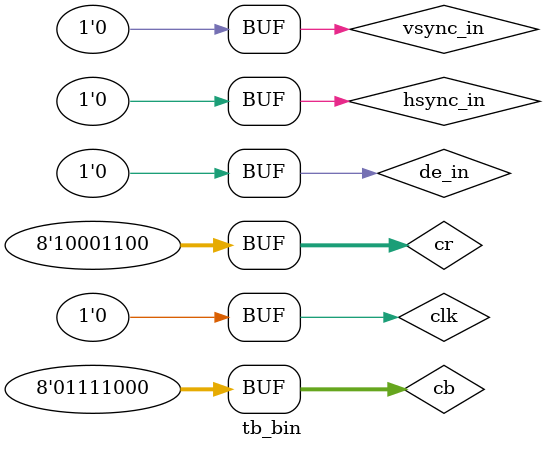
<source format=v>
`timescale 1ns / 1ps


module tb_bin;

	// Inputs
	reg clk;
	reg [7:0] cb;
	reg [7:0] cr;
	reg de_in;
	reg hsync_in;
	reg vsync_in;

	// Outputs
	wire [7:0] bin_rgb;
	wire de_out;
	wire hsync_out;
	wire vsync_out;

	// Instantiate the Unit Under Test (UUT)
	bin uut (
		.clk(clk), 
		.cb(cb), 
		.cr(cr), 
		.de_in(de_in), 
		.hsync_in(hsync_in), 
		.vsync_in(vsync_in), 
		.bin_rgb(bin_rgb), 
		.de_out(de_out), 
		.hsync_out(hsync_out), 
		.vsync_out(vsync_out)
	);

	initial begin
		// Initialize Inputs
		clk = 0;
		cb = 0;
		cr = 0;
		de_in = 0;
		hsync_in = 0;
		vsync_in = 0;

		// Wait 100 ns for global reset to finish
		#100;
        
		cb = 8'd20;
		cr = 8'd200;
		clk = ~clk;
		#1;
		clk = ~clk;
		#1;
		clk = ~clk;
		#1;
		clk = ~clk;
		#1;
		
		cb = 8'd120;
		cr = 8'd200;
		clk = ~clk;
		#1;
		clk = ~clk;
		#1;
		clk = ~clk;
		#1;
		clk = ~clk;
		#1;
		
		cb = 8'd20;
		cr = 8'd140;
		clk = ~clk;
		#1;
		clk = ~clk;
		#1;
		clk = ~clk;
		#1;
		clk = ~clk;
		#1;
		
		cb = 8'd120;
		cr = 8'd140;
		clk = ~clk;
		#1;
		clk = ~clk;
		#1;
		clk = ~clk;
		#1;
		clk = ~clk;
		#1;
		

	end
      
endmodule


</source>
